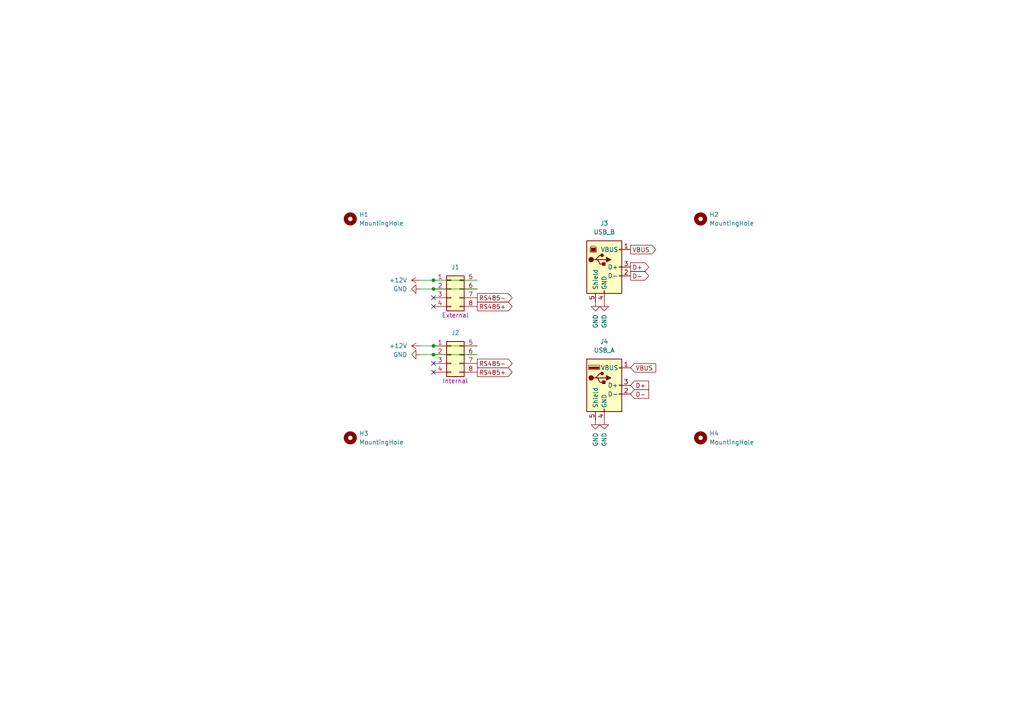
<source format=kicad_sch>
(kicad_sch (version 20211123) (generator eeschema)
  (paper "A4")
  (lib_symbols
    (symbol "Connector:USB_A" (pin_names (offset 1.016))
      (property "Reference" "J" (at -5.08 11.43 0))
      (property "Value" "USB_A" (at -5.08 8.89 0))
      (symbol "USB_A_0_1"
        (rectangle (start -5.08 -7.62) (end 5.08 7.62) (stroke (width 0.254)) (fill (type background)))
        (circle (center -3.81 2.159) (radius 0.635) (stroke (width 0.254)) (fill (type outline)))
        (rectangle (start -1.524 4.826) (end -4.318 5.334) (fill (type outline)))
        (rectangle (start -1.27 4.572) (end -4.572 5.842))
        (circle (center -0.635 3.429) (radius 0.381) (stroke (width 0.254)) (fill (type outline)))
        (rectangle (start -0.127 -7.62) (end 0.127 -6.858))
        (polyline (pts (xy -3.175 2.159) (xy -2.54 2.159) (xy -1.27 3.429) (xy -0.635 3.429)) (stroke (width 0.254)))
        (polyline (pts (xy -2.54 2.159) (xy -1.905 2.159) (xy -1.27 0.889) (xy 0 0.889)) (stroke (width 0.254)))
        (polyline (pts (xy 0.635 2.794) (xy 0.635 1.524) (xy 1.905 2.159) (xy 0.635 2.794)) (stroke (width 0.254)) (fill (type outline)))
        (rectangle (start 0.254 1.27) (end -0.508 0.508) (stroke (width 0.254)) (fill (type outline)))
        (rectangle (start 5.08 -2.667) (end 4.318 -2.413))
        (rectangle (start 5.08 -0.127) (end 4.318 0.127))
        (rectangle (start 5.08 4.953) (end 4.318 5.207))
      )
      (symbol "USB_A_1_1"
        (polyline (pts (xy -1.905 2.159) (xy 0.635 2.159)) (stroke (width 0.254)))
        (pin power_in line (at 7.62 5.08 180) (length 2.54) (name "VBUS") (number "1"))
        (pin bidirectional line (at 7.62 -2.54 180) (length 2.54) (name "D-") (number "2"))
        (pin bidirectional line (at 7.62 0 180) (length 2.54) (name "D+") (number "3"))
        (pin power_in line (at 0 -10.16 90) (length 2.54) (name "GND") (number "4"))
        (pin passive line (at -2.54 -10.16 90) (length 2.54) (name "Shield") (number "5"))
      )
    )
    (symbol "Connector:USB_B" (pin_names (offset 1.016))
      (property "Reference" "J" (at -5.08 11.43 0))
      (property "Value" "USB_B" (at -5.08 8.89 0))
      (symbol "USB_B_0_1"
        (rectangle (start -5.08 -7.62) (end 5.08 7.62) (stroke (width 0.254)) (fill (type background)))
        (circle (center -3.81 2.159) (radius 0.635) (stroke (width 0.254)) (fill (type outline)))
        (rectangle (start -3.81 5.588) (end -2.54 4.572) (fill (type outline)))
        (circle (center -0.635 3.429) (radius 0.381) (stroke (width 0.254)) (fill (type outline)))
        (rectangle (start -0.127 -7.62) (end 0.127 -6.858))
        (polyline (pts (xy -1.905 2.159) (xy 0.635 2.159)) (stroke (width 0.254)))
        (polyline (pts (xy -3.175 2.159) (xy -2.54 2.159) (xy -1.27 3.429) (xy -0.635 3.429)) (stroke (width 0.254)))
        (polyline (pts (xy -2.54 2.159) (xy -1.905 2.159) (xy -1.27 0.889) (xy 0 0.889)) (stroke (width 0.254)))
        (polyline (pts (xy 0.635 2.794) (xy 0.635 1.524) (xy 1.905 2.159) (xy 0.635 2.794)) (stroke (width 0.254)) (fill (type outline)))
        (polyline (pts (xy -4.064 4.318) (xy -2.286 4.318) (xy -2.286 5.715) (xy -2.667 6.096) (xy -3.683 6.096) (xy -4.064 5.715) (xy -4.064 4.318)))
        (rectangle (start 0.254 1.27) (end -0.508 0.508) (stroke (width 0.254)) (fill (type outline)))
        (rectangle (start 5.08 -2.667) (end 4.318 -2.413))
        (rectangle (start 5.08 -0.127) (end 4.318 0.127))
        (rectangle (start 5.08 4.953) (end 4.318 5.207))
      )
      (symbol "USB_B_1_1"
        (pin power_out line (at 7.62 5.08 180) (length 2.54) (name "VBUS") (number "1"))
        (pin bidirectional line (at 7.62 -2.54 180) (length 2.54) (name "D-") (number "2"))
        (pin bidirectional line (at 7.62 0 180) (length 2.54) (name "D+") (number "3"))
        (pin power_out line (at 0 -10.16 90) (length 2.54) (name "GND") (number "4"))
        (pin passive line (at -2.54 -10.16 90) (length 2.54) (name "Shield") (number "5"))
      )
    )
    (symbol "Connector_Generic:Conn_02x04_Top_Bottom" (pin_names (offset 1.016) hide)
      (property "Reference" "J" (at 1.27 5.08 0))
      (property "Value" "Conn_02x04_Top_Bottom" (at 1.27 -7.62 0))
      (symbol "Conn_02x04_Top_Bottom_1_1"
        (rectangle (start -1.27 -4.953) (end 0 -5.207) (stroke (width 0.1524)))
        (rectangle (start -1.27 -2.413) (end 0 -2.667) (stroke (width 0.1524)))
        (rectangle (start -1.27 0.127) (end 0 -0.127) (stroke (width 0.1524)))
        (rectangle (start -1.27 2.667) (end 0 2.413) (stroke (width 0.1524)))
        (rectangle (start -1.27 3.81) (end 3.81 -6.35) (stroke (width 0.254)) (fill (type background)))
        (rectangle (start 3.81 -4.953) (end 2.54 -5.207) (stroke (width 0.1524)))
        (rectangle (start 3.81 -2.413) (end 2.54 -2.667) (stroke (width 0.1524)))
        (rectangle (start 3.81 0.127) (end 2.54 -0.127) (stroke (width 0.1524)))
        (rectangle (start 3.81 2.667) (end 2.54 2.413) (stroke (width 0.1524)))
        (pin passive line (at -5.08 2.54 0) (length 3.81) (name "Pin_1") (number "1"))
        (pin passive line (at -5.08 0 0) (length 3.81) (name "Pin_2") (number "2"))
        (pin passive line (at -5.08 -2.54 0) (length 3.81) (name "Pin_3") (number "3"))
        (pin passive line (at -5.08 -5.08 0) (length 3.81) (name "Pin_4") (number "4"))
        (pin passive line (at 7.62 2.54 180) (length 3.81) (name "Pin_5") (number "5"))
        (pin passive line (at 7.62 0 180) (length 3.81) (name "Pin_6") (number "6"))
        (pin passive line (at 7.62 -2.54 180) (length 3.81) (name "Pin_7") (number "7"))
        (pin passive line (at 7.62 -5.08 180) (length 3.81) (name "Pin_8") (number "8"))
      )
    )
    (symbol "Mechanical:MountingHole" (pin_names (offset 1.016))
      (property "Reference" "H" (at 0 5.08 0))
      (property "Value" "MountingHole" (at 0 3.175 0))
      (symbol "MountingHole_0_1"
        (circle (center 0 0) (radius 1.27) (stroke (width 1.27)))
      )
    )
    (symbol "power:+12V" (power) (pin_names (offset 0))
      (property "Value" "+12V" (at 0 3.556 0))
      (symbol "+12V_0_1"
        (polyline (pts (xy -0.762 1.27) (xy 0 2.54)))
        (polyline (pts (xy 0 0) (xy 0 2.54)))
        (polyline (pts (xy 0 2.54) (xy 0.762 1.27)))
      )
      (symbol "+12V_1_1"
        (pin power_in line (at 0 0 90) (length 0) hide (name "+12V") (number "1"))
      )
    )
    (symbol "power:GND" (power) (pin_names (offset 0))
      (property "Value" "GND" (at 0 -3.81 0))
      (symbol "GND_0_1"
        (polyline (pts (xy 0 0) (xy 0 -1.27) (xy 1.27 -1.27) (xy 0 -2.54) (xy -1.27 -1.27) (xy 0 -1.27)))
      )
      (symbol "GND_1_1"
        (pin power_in line (at 0 0 270) (length 0) hide (name "GND") (number "1"))
      )
    )
  )
  (junction (at 125.73 100.33))
  (junction (at 125.73 81.28))
  (junction (at 125.73 102.87))
  (junction (at 125.73 83.82))
  (no_connect (at 125.73 88.9))
  (no_connect (at 125.73 86.36))
  (no_connect (at 125.73 107.95))
  (no_connect (at 125.73 105.41))
  (wire (pts (xy 125.73 100.33) (xy 138.43 100.33)))
  (wire (pts (xy 125.73 102.87) (xy 138.43 102.87)))
  (wire (pts (xy 121.92 100.33) (xy 125.73 100.33)))
  (wire (pts (xy 121.92 83.82) (xy 125.73 83.82)))
  (wire (pts (xy 125.73 81.28) (xy 138.43 81.28)))
  (wire (pts (xy 121.92 81.28) (xy 125.73 81.28)))
  (wire (pts (xy 125.73 83.82) (xy 138.43 83.82)))
  (wire (pts (xy 121.92 102.87) (xy 125.73 102.87)))
  (global_label "VBUS" (shape output) (at 182.88 72.39 0) (property "Intersheet References" "${INTERSHEET_REFS}" (effects hide)))
  (global_label "D+" (shape output) (at 182.88 77.47 0) (property "Intersheet References" "${INTERSHEET_REFS}" (effects hide)))
  (global_label "D+" (shape input) (at 182.88 111.76 0) (property "Intersheet References" "${INTERSHEET_REFS}" (effects hide)))
  (global_label "D-" (shape input) (at 182.88 114.3 0) (property "Intersheet References" "${INTERSHEET_REFS}" (effects hide)))
  (global_label "D-" (shape output) (at 182.88 80.01 0) (property "Intersheet References" "${INTERSHEET_REFS}" (effects hide)))
  (global_label "RS485+" (shape output) (at 138.43 107.95 0) (property "Intersheet References" "${INTERSHEET_REFS}" (effects hide)))
  (global_label "RS485-" (shape output) (at 138.43 105.41 0) (property "Intersheet References" "${INTERSHEET_REFS}" (effects hide)))
  (global_label "RS485-" (shape output) (at 138.43 86.36 0) (property "Intersheet References" "${INTERSHEET_REFS}" (effects hide)))
  (global_label "RS485+" (shape output) (at 138.43 88.9 0) (property "Intersheet References" "${INTERSHEET_REFS}" (effects hide)))
  (global_label "VBUS" (shape input) (at 182.88 106.68 0) (property "Intersheet References" "${INTERSHEET_REFS}" (effects hide)))
  (symbol (lib_id "power:GND") (at 121.92 83.82 270) (unit 1)
    (property "Reference" "#PWR0103" (effects hide))
    (property "Value" "GND" (at 118.11 83.8199 90) (effects (justify right)))
  )
  (symbol (lib_id "Connector_Generic:Conn_02x04_Top_Bottom") (at 130.81 83.82 0) (unit 1) (in_bom no)
    (property "Reference" "J1" (at 132.08 77.47 0))
    (property "Value" "Conn_02x04_Top_Bottom" (effects hide))
    (property "Footprint" "A10 KiCad Libraries:Molex Micro-Fit 3.0 43045-0800" (effects hide))
    (property "Field4" "External" (at 132.08 91.44 0))
    (property "LCSC" "C234189" (effects hide))
  )
  (symbol (lib_id "power:GND") (at 172.72 121.92 0) (unit 1)
    (property "Reference" "#PWR0108" (effects hide))
    (property "Value" "GND" (at 172.72 129.54 90) (effects (justify left)))
  )
  (symbol (lib_id "Mechanical:MountingHole") (at 203.2 127 0) (unit 1) (in_bom no)
    (property "Reference" "H4" (at 205.74 125.7299 0) (effects (justify left)))
    (property "Value" "MountingHole" (at 205.74 128.2699 0) (effects (justify left)))
    (property "Footprint" "MountingHole:MountingHole_3.2mm_M3" (effects hide))
  )
  (symbol (lib_id "power:GND") (at 175.26 121.92 0) (unit 1)
    (property "Reference" "#PWR0107" (effects hide))
    (property "Value" "GND" (at 175.26 129.54 90) (effects (justify left)))
  )
  (symbol (lib_id "power:GND") (at 175.26 87.63 0) (unit 1)
    (property "Reference" "#PWR0105" (effects hide))
    (property "Value" "GND" (at 175.26 95.25 90) (effects (justify left)))
  )
  (symbol (lib_id "Mechanical:MountingHole") (at 203.2 63.5 0) (unit 1) (in_bom no)
    (property "Reference" "H2" (at 205.74 62.2299 0) (effects (justify left)))
    (property "Value" "MountingHole" (at 205.74 64.7699 0) (effects (justify left)))
    (property "Footprint" "MountingHole:MountingHole_3.2mm_M3" (effects hide))
  )
  (symbol (lib_id "Mechanical:MountingHole") (at 101.6 127 0) (unit 1) (in_bom no)
    (property "Reference" "H3" (at 104.14 125.7299 0) (effects (justify left)))
    (property "Value" "MountingHole" (at 104.14 128.2699 0) (effects (justify left)))
    (property "Footprint" "MountingHole:MountingHole_3.2mm_M3" (effects hide))
  )
  (symbol (lib_id "Connector:USB_B") (at 175.26 77.47 0) (unit 1)
    (property "Reference" "J3" (at 175.26 64.77 0))
    (property "Value" "USB_B" (at 175.26 67.31 0))
    (property "Footprint" "A10 KiCad Libraries:USB-B-TH_67068-8000" (effects hide))
    (property "Datasheet" " ~" (effects hide))
    (property "LCSC" "C114097" (effects hide))
  )
  (symbol (lib_id "power:+12V") (at 121.92 100.33 90) (unit 1)
    (property "Reference" "#PWR0101" (effects hide))
    (property "Value" "+12V" (at 118.11 100.3299 90) (effects (justify left)))
  )
  (symbol (lib_id "power:GND") (at 121.92 102.87 270) (unit 1)
    (property "Reference" "#PWR0102" (effects hide))
    (property "Value" "GND" (at 118.11 102.8699 90) (effects (justify right)))
  )
  (symbol (lib_id "Connector:USB_A") (at 175.26 111.76 0) (unit 1)
    (property "Reference" "J4" (at 175.26 99.06 0))
    (property "Value" "USB_A" (at 175.26 101.6 0))
    (property "Footprint" "A10 KiCad Libraries:USB-A-TH_USB-302-T" (effects hide))
    (property "Datasheet" " ~" (effects hide))
    (property "LCSC" "C86461" (effects hide))
  )
  (symbol (lib_id "power:GND") (at 172.72 87.63 0) (unit 1)
    (property "Reference" "#PWR0106" (effects hide))
    (property "Value" "GND" (at 172.72 95.25 90) (effects (justify left)))
  )
  (symbol (lib_id "Mechanical:MountingHole") (at 101.6 63.5 0) (unit 1) (in_bom no)
    (property "Reference" "H1" (at 104.14 62.2299 0) (effects (justify left)))
    (property "Value" "MountingHole" (at 104.14 64.7699 0) (effects (justify left)))
    (property "Footprint" "MountingHole:MountingHole_3.2mm_M3" (effects hide))
  )
  (symbol (lib_id "Connector_Generic:Conn_02x04_Top_Bottom") (at 130.81 102.87 0) (unit 1) (in_bom no)
    (property "Reference" "J2" (at 132.08 96.52 0))
    (property "Value" "Conn_02x04_Top_Bottom" (effects hide))
    (property "Footprint" "A10 KiCad Libraries:Molex Micro-Fit 3.0 43045-0800" (effects hide))
    (property "Field4" "Internal" (at 132.08 110.49 0))
    (property "LCSC" "C234189" (effects hide))
  )
  (symbol (lib_id "power:+12V") (at 121.92 81.28 90) (unit 1)
    (property "Reference" "#PWR0104" (effects hide))
    (property "Value" "+12V" (at 118.11 81.2799 90) (effects (justify left)))
  )
)
</source>
